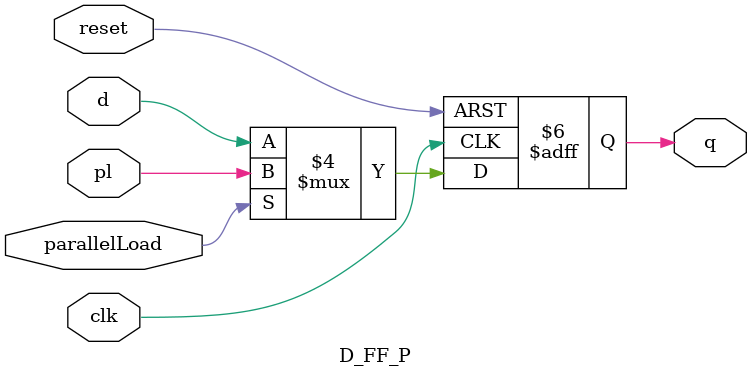
<source format=v>
module ShiftRegisterOut(OutData, InData, Pload, clk, reset);

output reg OutData;
input [7:0] InData;
input Pload, clk, reset;

wire [9:0] X;
initial OutData = 1;

D_FF_P msb (X[9], X[8], 1, Pload, reset, clk);
D_FF_P nsb (X[8], X[7], InData[7], Pload, reset, clk);
D_FF_P osb (X[7], X[6], InData[6], Pload, reset, clk);
D_FF_P psb (X[6], X[5], InData[5], Pload, reset, clk);
D_FF_P qsb (X[5], X[4], InData[4], Pload, reset, clk);
D_FF_P rsb (X[4], X[3], InData[3], Pload, reset, clk);
D_FF_P ssb (X[3], X[2], InData[2], Pload, reset, clk);
D_FF_P tsb (X[2], X[1], InData[1], Pload, reset, clk);
D_FF_P usb (X[1], X[0], InData[0], Pload, reset, clk);
D_FF_P vsb (X[0], 1, 1, Pload, reset, clk);

always @* begin
	OutData = X[9];
	
end

endmodule

module D_FF_P(q, d, pl, parallelLoad, reset, clk); 
 output q; 
 input d, reset, clk;
 input pl, parallelLoad;
 
 reg q; // Indicate that q is stateholding 
 
 always @(posedge clk or posedge reset) 
 if (reset) 
 q = 0; // On reset, set to 0 
 else begin
 
 if (!parallelLoad) q = d; // Otherwise out = d 
 else q = pl;
 
 end
endmodule

</source>
